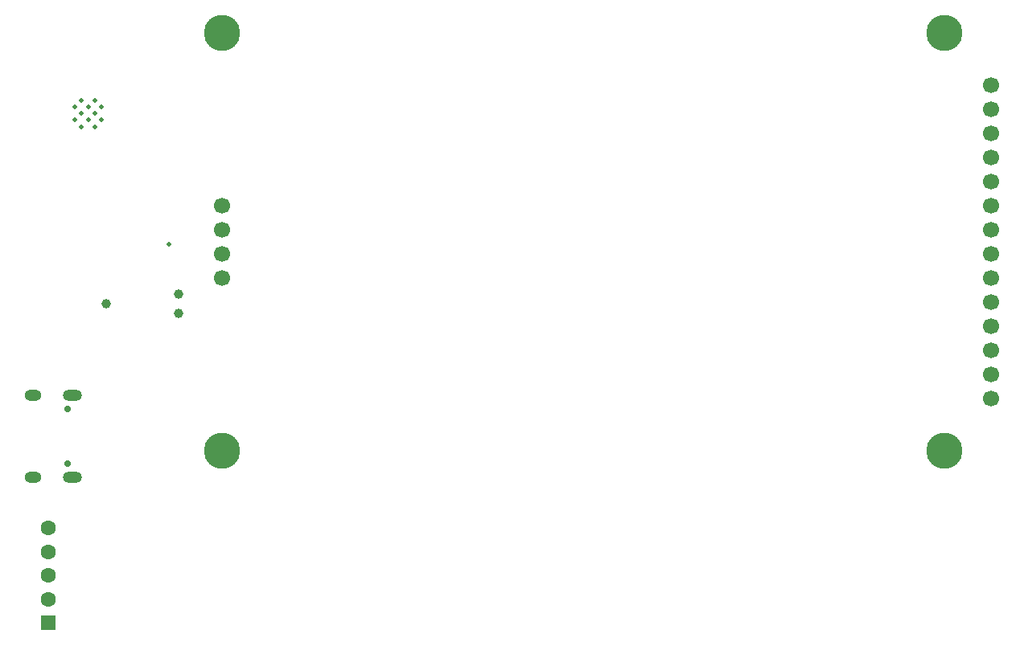
<source format=gbr>
%TF.GenerationSoftware,KiCad,Pcbnew,8.0.6*%
%TF.CreationDate,2024-10-31T12:41:22-07:00*%
%TF.ProjectId,veramonitor,76657261-6d6f-46e6-9974-6f722e6b6963,rev?*%
%TF.SameCoordinates,Original*%
%TF.FileFunction,Soldermask,Bot*%
%TF.FilePolarity,Negative*%
%FSLAX46Y46*%
G04 Gerber Fmt 4.6, Leading zero omitted, Abs format (unit mm)*
G04 Created by KiCad (PCBNEW 8.0.6) date 2024-10-31 12:41:22*
%MOMM*%
%LPD*%
G01*
G04 APERTURE LIST*
%ADD10R,1.600000X1.600000*%
%ADD11C,1.600000*%
%ADD12C,0.500000*%
%ADD13C,0.700000*%
%ADD14O,2.000000X1.200000*%
%ADD15O,1.800000X1.200000*%
%ADD16C,0.990600*%
%ADD17C,3.800000*%
%ADD18C,1.700000*%
G04 APERTURE END LIST*
D10*
%TO.C,U11*%
X45130000Y-134030000D03*
D11*
X45130000Y-131530000D03*
X45130000Y-129030000D03*
X45130000Y-126530000D03*
X45130000Y-124030000D03*
%TD*%
D12*
%TO.C,U3*%
X57870000Y-94125000D03*
%TD*%
%TO.C,U5*%
X48650000Y-81725000D03*
X50050000Y-81725000D03*
X47950000Y-81025000D03*
X49350000Y-81025000D03*
X50750000Y-81025000D03*
X48650000Y-80325000D03*
X50050000Y-80325000D03*
X47950000Y-79625000D03*
X49350000Y-79625000D03*
X50750000Y-79625000D03*
X48650000Y-78925000D03*
X50050000Y-78925000D03*
%TD*%
D13*
%TO.C,U2*%
X47185000Y-111435000D03*
X47185000Y-117215000D03*
D14*
X47725000Y-110005000D03*
X47725000Y-118645000D03*
D15*
X43535000Y-110005000D03*
X43535000Y-118645000D03*
%TD*%
D16*
%TO.C,U1*%
X51285000Y-100360000D03*
X58905000Y-99345000D03*
X58905000Y-101375000D03*
%TD*%
D17*
%TO.C,U7*%
X63435000Y-71850000D03*
X63435000Y-115850000D03*
X139505000Y-71850000D03*
X139505000Y-115850000D03*
D18*
X144415000Y-110360000D03*
X144415000Y-107820000D03*
X144415000Y-105280000D03*
X144415000Y-102740000D03*
X144415000Y-100200000D03*
X144415000Y-97660000D03*
X144415000Y-95120000D03*
X144415000Y-92580000D03*
X144415000Y-90040000D03*
X144415000Y-87500000D03*
X144415000Y-84960000D03*
X144415000Y-82420000D03*
X144415000Y-79880000D03*
X144415000Y-77340000D03*
X63435000Y-97660000D03*
X63435000Y-95120000D03*
X63435000Y-92580000D03*
X63435000Y-90040000D03*
%TD*%
M02*

</source>
